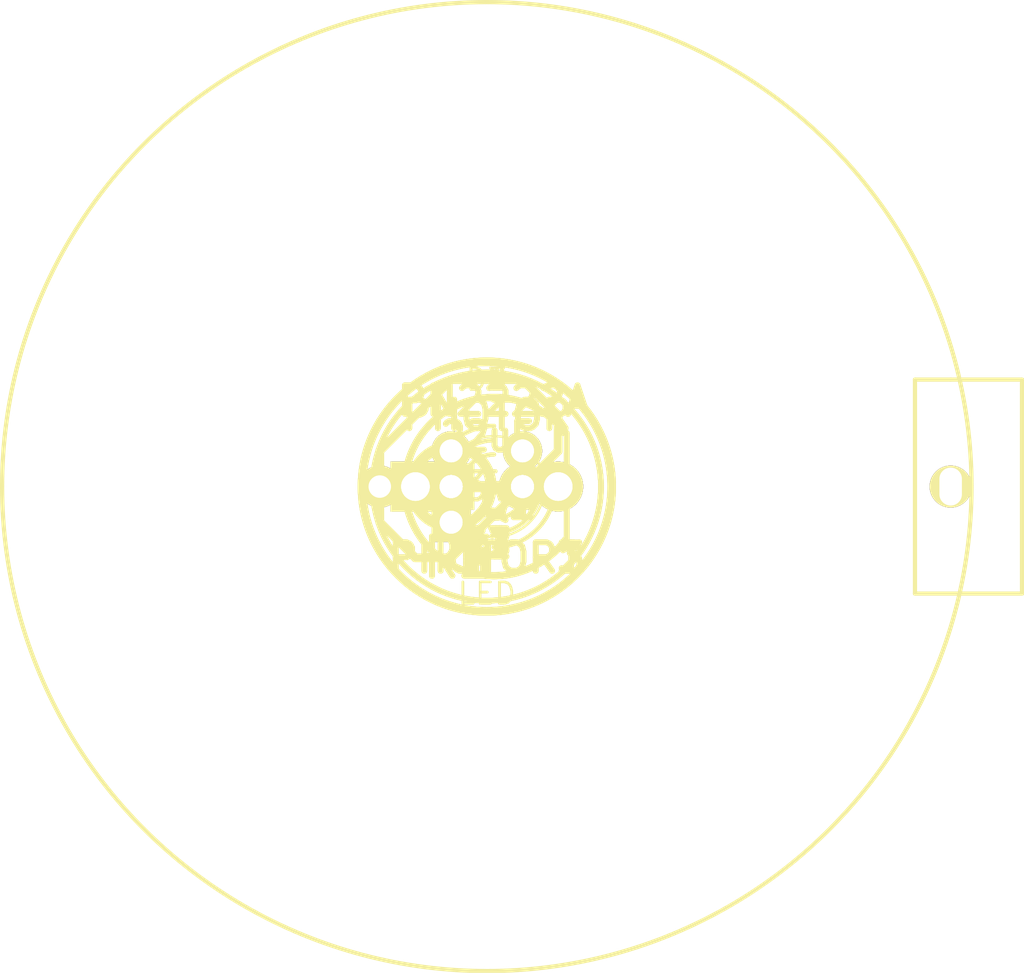
<source format=kicad_pcb>
(kicad_pcb (version 3) (host pcbnew "(2013-jul-07)-stable")

  (general
    (links 21)
    (no_connects 12)
    (area 0 0 0 0)
    (thickness 1.6)
    (drawings 0)
    (tracks 0)
    (zones 0)
    (modules 19)
    (nets 12)
  )

  (page A3)
  (layers
    (15 F.Cu signal)
    (0 B.Cu signal)
    (16 B.Adhes user)
    (17 F.Adhes user)
    (18 B.Paste user)
    (19 F.Paste user)
    (20 B.SilkS user)
    (21 F.SilkS user)
    (22 B.Mask user)
    (23 F.Mask user)
    (24 Dwgs.User user)
    (25 Cmts.User user)
    (26 Eco1.User user)
    (27 Eco2.User user)
    (28 Edge.Cuts user)
  )

  (setup
    (last_trace_width 0.254)
    (trace_clearance 0.254)
    (zone_clearance 0.508)
    (zone_45_only no)
    (trace_min 0.254)
    (segment_width 0.2)
    (edge_width 0.15)
    (via_size 0.889)
    (via_drill 0.635)
    (via_min_size 0.889)
    (via_min_drill 0.508)
    (uvia_size 0.508)
    (uvia_drill 0.127)
    (uvias_allowed no)
    (uvia_min_size 0.508)
    (uvia_min_drill 0.127)
    (pcb_text_width 0.3)
    (pcb_text_size 1.5 1.5)
    (mod_edge_width 0.15)
    (mod_text_size 1.5 1.5)
    (mod_text_width 0.15)
    (pad_size 1.524 1.524)
    (pad_drill 0.762)
    (pad_to_mask_clearance 0.2)
    (aux_axis_origin 0 0)
    (visible_elements FFFFFFBF)
    (pcbplotparams
      (layerselection 3178497)
      (usegerberextensions true)
      (excludeedgelayer true)
      (linewidth 0.100000)
      (plotframeref false)
      (viasonmask false)
      (mode 1)
      (useauxorigin false)
      (hpglpennumber 1)
      (hpglpenspeed 20)
      (hpglpendiameter 15)
      (hpglpenoverlay 2)
      (psnegative false)
      (psa4output false)
      (plotreference true)
      (plotvalue true)
      (plotothertext true)
      (plotinvisibletext false)
      (padsonsilk false)
      (subtractmaskfromsilk false)
      (outputformat 1)
      (mirror false)
      (drillshape 1)
      (scaleselection 1)
      (outputdirectory ""))
  )

  (net 0 "")
  (net 1 N-000001)
  (net 2 N-0000010)
  (net 3 N-0000011)
  (net 4 N-000002)
  (net 5 N-000003)
  (net 6 N-000004)
  (net 7 N-000005)
  (net 8 N-000006)
  (net 9 N-000007)
  (net 10 N-000008)
  (net 11 N-000009)

  (net_class Default "This is the default net class."
    (clearance 0.254)
    (trace_width 0.254)
    (via_dia 0.889)
    (via_drill 0.635)
    (uvia_dia 0.508)
    (uvia_drill 0.127)
    (add_net "")
    (add_net N-000001)
    (add_net N-0000010)
    (add_net N-0000011)
    (add_net N-000002)
    (add_net N-000003)
    (add_net N-000004)
    (add_net N-000005)
    (add_net N-000006)
    (add_net N-000007)
    (add_net N-000008)
    (add_net N-000009)
  )

  (module TO92-CBE (layer F.Cu) (tedit 4718C200) (tstamp 55D5E5E4)
    (at 0 0)
    (descr "Transistor TO92 brochage type BC237")
    (tags "TR TO92")
    (path /55D5B105)
    (fp_text reference Q3 (at 0.762 0.635) (layer F.SilkS)
      (effects (font (size 1.016 1.016) (thickness 0.2032)))
    )
    (fp_text value PN2222A (at 0.254 -3.048) (layer F.SilkS)
      (effects (font (size 1.016 1.016) (thickness 0.2032)))
    )
    (fp_line (start -1.27 2.54) (end 2.54 -1.27) (layer F.SilkS) (width 0.3048))
    (fp_line (start 2.54 -1.27) (end 2.54 -2.54) (layer F.SilkS) (width 0.3048))
    (fp_line (start 2.54 -2.54) (end 1.27 -3.81) (layer F.SilkS) (width 0.3048))
    (fp_line (start 1.27 -3.81) (end -1.27 -3.81) (layer F.SilkS) (width 0.3048))
    (fp_line (start -1.27 -3.81) (end -3.81 -1.27) (layer F.SilkS) (width 0.3048))
    (fp_line (start -3.81 -1.27) (end -3.81 1.27) (layer F.SilkS) (width 0.3048))
    (fp_line (start -3.81 1.27) (end -2.54 2.54) (layer F.SilkS) (width 0.3048))
    (fp_line (start -2.54 2.54) (end -1.27 2.54) (layer F.SilkS) (width 0.3048))
    (pad E thru_hole rect (at -1.27 1.27) (size 1.397 1.397) (drill 0.8128)
      (layers *.Cu *.Mask F.SilkS)
    )
    (pad B thru_hole circle (at -1.27 -1.27) (size 1.397 1.397) (drill 0.8128)
      (layers *.Cu *.Mask F.SilkS)
    )
    (pad C thru_hole circle (at 1.27 -1.27) (size 1.397 1.397) (drill 0.8128)
      (layers *.Cu *.Mask F.SilkS)
    )
    (model discret/to98.wrl
      (at (xyz 0 0 0))
      (scale (xyz 1 1 1))
      (rotate (xyz 0 0 0))
    )
  )

  (module TO92-CBE (layer F.Cu) (tedit 4718C200) (tstamp 55D5E5F3)
    (at 0 0)
    (descr "Transistor TO92 brochage type BC237")
    (tags "TR TO92")
    (path /55D5B7C5)
    (fp_text reference Q2 (at 0.762 0.635) (layer F.SilkS)
      (effects (font (size 1.016 1.016) (thickness 0.2032)))
    )
    (fp_text value PN2222A (at 0.254 -3.048) (layer F.SilkS)
      (effects (font (size 1.016 1.016) (thickness 0.2032)))
    )
    (fp_line (start -1.27 2.54) (end 2.54 -1.27) (layer F.SilkS) (width 0.3048))
    (fp_line (start 2.54 -1.27) (end 2.54 -2.54) (layer F.SilkS) (width 0.3048))
    (fp_line (start 2.54 -2.54) (end 1.27 -3.81) (layer F.SilkS) (width 0.3048))
    (fp_line (start 1.27 -3.81) (end -1.27 -3.81) (layer F.SilkS) (width 0.3048))
    (fp_line (start -1.27 -3.81) (end -3.81 -1.27) (layer F.SilkS) (width 0.3048))
    (fp_line (start -3.81 -1.27) (end -3.81 1.27) (layer F.SilkS) (width 0.3048))
    (fp_line (start -3.81 1.27) (end -2.54 2.54) (layer F.SilkS) (width 0.3048))
    (fp_line (start -2.54 2.54) (end -1.27 2.54) (layer F.SilkS) (width 0.3048))
    (pad E thru_hole rect (at -1.27 1.27) (size 1.397 1.397) (drill 0.8128)
      (layers *.Cu *.Mask F.SilkS)
    )
    (pad B thru_hole circle (at -1.27 -1.27) (size 1.397 1.397) (drill 0.8128)
      (layers *.Cu *.Mask F.SilkS)
    )
    (pad C thru_hole circle (at 1.27 -1.27) (size 1.397 1.397) (drill 0.8128)
      (layers *.Cu *.Mask F.SilkS)
    )
    (model discret/to98.wrl
      (at (xyz 0 0 0))
      (scale (xyz 1 1 1))
      (rotate (xyz 0 0 0))
    )
  )

  (module TO92-CBE (layer F.Cu) (tedit 4718C200) (tstamp 55D5E602)
    (at 0 0)
    (descr "Transistor TO92 brochage type BC237")
    (tags "TR TO92")
    (path /55D5B7F6)
    (fp_text reference Q1 (at 0.762 0.635) (layer F.SilkS)
      (effects (font (size 1.016 1.016) (thickness 0.2032)))
    )
    (fp_text value PN2222A (at 0.254 -3.048) (layer F.SilkS)
      (effects (font (size 1.016 1.016) (thickness 0.2032)))
    )
    (fp_line (start -1.27 2.54) (end 2.54 -1.27) (layer F.SilkS) (width 0.3048))
    (fp_line (start 2.54 -1.27) (end 2.54 -2.54) (layer F.SilkS) (width 0.3048))
    (fp_line (start 2.54 -2.54) (end 1.27 -3.81) (layer F.SilkS) (width 0.3048))
    (fp_line (start 1.27 -3.81) (end -1.27 -3.81) (layer F.SilkS) (width 0.3048))
    (fp_line (start -1.27 -3.81) (end -3.81 -1.27) (layer F.SilkS) (width 0.3048))
    (fp_line (start -3.81 -1.27) (end -3.81 1.27) (layer F.SilkS) (width 0.3048))
    (fp_line (start -3.81 1.27) (end -2.54 2.54) (layer F.SilkS) (width 0.3048))
    (fp_line (start -2.54 2.54) (end -1.27 2.54) (layer F.SilkS) (width 0.3048))
    (pad E thru_hole rect (at -1.27 1.27) (size 1.397 1.397) (drill 0.8128)
      (layers *.Cu *.Mask F.SilkS)
    )
    (pad B thru_hole circle (at -1.27 -1.27) (size 1.397 1.397) (drill 0.8128)
      (layers *.Cu *.Mask F.SilkS)
    )
    (pad C thru_hole circle (at 1.27 -1.27) (size 1.397 1.397) (drill 0.8128)
      (layers *.Cu *.Mask F.SilkS)
    )
    (model discret/to98.wrl
      (at (xyz 0 0 0))
      (scale (xyz 1 1 1))
      (rotate (xyz 0 0 0))
    )
  )

  (module R1 (layer F.Cu) (tedit 200000) (tstamp 55D5E60A)
    (at 0 0)
    (descr "Resistance verticale")
    (tags R)
    (path /55D5B123)
    (autoplace_cost90 10)
    (autoplace_cost180 10)
    (fp_text reference R5 (at -1.016 2.54) (layer F.SilkS)
      (effects (font (size 1.397 1.27) (thickness 0.2032)))
    )
    (fp_text value 330 (at -1.143 2.54) (layer F.SilkS) hide
      (effects (font (size 1.397 1.27) (thickness 0.2032)))
    )
    (fp_line (start -1.27 0) (end 1.27 0) (layer F.SilkS) (width 0.381))
    (fp_circle (center -1.27 0) (end -0.635 1.27) (layer F.SilkS) (width 0.381))
    (pad 1 thru_hole circle (at -1.27 0) (size 1.397 1.397) (drill 0.8128)
      (layers *.Cu *.Mask F.SilkS)
      (net 2 N-0000010)
    )
    (pad 2 thru_hole circle (at 1.27 0) (size 1.397 1.397) (drill 0.8128)
      (layers *.Cu *.Mask F.SilkS)
      (net 9 N-000007)
    )
    (model discret/verti_resistor.wrl
      (at (xyz 0 0 0))
      (scale (xyz 1 1 1))
      (rotate (xyz 0 0 0))
    )
  )

  (module R1 (layer F.Cu) (tedit 200000) (tstamp 55D5E612)
    (at 0 0)
    (descr "Resistance verticale")
    (tags R)
    (path /55D5B132)
    (autoplace_cost90 10)
    (autoplace_cost180 10)
    (fp_text reference R6 (at -1.016 2.54) (layer F.SilkS)
      (effects (font (size 1.397 1.27) (thickness 0.2032)))
    )
    (fp_text value 100k (at -1.143 2.54) (layer F.SilkS) hide
      (effects (font (size 1.397 1.27) (thickness 0.2032)))
    )
    (fp_line (start -1.27 0) (end 1.27 0) (layer F.SilkS) (width 0.381))
    (fp_circle (center -1.27 0) (end -0.635 1.27) (layer F.SilkS) (width 0.381))
    (pad 1 thru_hole circle (at -1.27 0) (size 1.397 1.397) (drill 0.8128)
      (layers *.Cu *.Mask F.SilkS)
      (net 2 N-0000010)
    )
    (pad 2 thru_hole circle (at 1.27 0) (size 1.397 1.397) (drill 0.8128)
      (layers *.Cu *.Mask F.SilkS)
      (net 10 N-000008)
    )
    (model discret/verti_resistor.wrl
      (at (xyz 0 0 0))
      (scale (xyz 1 1 1))
      (rotate (xyz 0 0 0))
    )
  )

  (module R1 (layer F.Cu) (tedit 200000) (tstamp 55D5E61A)
    (at 0 0)
    (descr "Resistance verticale")
    (tags R)
    (path /55D5B808)
    (autoplace_cost90 10)
    (autoplace_cost180 10)
    (fp_text reference R2 (at -1.016 2.54) (layer F.SilkS)
      (effects (font (size 1.397 1.27) (thickness 0.2032)))
    )
    (fp_text value 100k (at -1.143 2.54) (layer F.SilkS) hide
      (effects (font (size 1.397 1.27) (thickness 0.2032)))
    )
    (fp_line (start -1.27 0) (end 1.27 0) (layer F.SilkS) (width 0.381))
    (fp_circle (center -1.27 0) (end -0.635 1.27) (layer F.SilkS) (width 0.381))
    (pad 1 thru_hole circle (at -1.27 0) (size 1.397 1.397) (drill 0.8128)
      (layers *.Cu *.Mask F.SilkS)
      (net 2 N-0000010)
    )
    (pad 2 thru_hole circle (at 1.27 0) (size 1.397 1.397) (drill 0.8128)
      (layers *.Cu *.Mask F.SilkS)
      (net 6 N-000004)
    )
    (model discret/verti_resistor.wrl
      (at (xyz 0 0 0))
      (scale (xyz 1 1 1))
      (rotate (xyz 0 0 0))
    )
  )

  (module R1 (layer F.Cu) (tedit 200000) (tstamp 55D5E622)
    (at 0 0)
    (descr "Resistance verticale")
    (tags R)
    (path /55D5B802)
    (autoplace_cost90 10)
    (autoplace_cost180 10)
    (fp_text reference R1 (at -1.016 2.54) (layer F.SilkS)
      (effects (font (size 1.397 1.27) (thickness 0.2032)))
    )
    (fp_text value 330 (at -1.143 2.54) (layer F.SilkS) hide
      (effects (font (size 1.397 1.27) (thickness 0.2032)))
    )
    (fp_line (start -1.27 0) (end 1.27 0) (layer F.SilkS) (width 0.381))
    (fp_circle (center -1.27 0) (end -0.635 1.27) (layer F.SilkS) (width 0.381))
    (pad 1 thru_hole circle (at -1.27 0) (size 1.397 1.397) (drill 0.8128)
      (layers *.Cu *.Mask F.SilkS)
      (net 2 N-0000010)
    )
    (pad 2 thru_hole circle (at 1.27 0) (size 1.397 1.397) (drill 0.8128)
      (layers *.Cu *.Mask F.SilkS)
      (net 1 N-000001)
    )
    (model discret/verti_resistor.wrl
      (at (xyz 0 0 0))
      (scale (xyz 1 1 1))
      (rotate (xyz 0 0 0))
    )
  )

  (module R1 (layer F.Cu) (tedit 200000) (tstamp 55D5E62A)
    (at 0 0)
    (descr "Resistance verticale")
    (tags R)
    (path /55D5B7D1)
    (autoplace_cost90 10)
    (autoplace_cost180 10)
    (fp_text reference R3 (at -1.016 2.54) (layer F.SilkS)
      (effects (font (size 1.397 1.27) (thickness 0.2032)))
    )
    (fp_text value 330 (at -1.143 2.54) (layer F.SilkS) hide
      (effects (font (size 1.397 1.27) (thickness 0.2032)))
    )
    (fp_line (start -1.27 0) (end 1.27 0) (layer F.SilkS) (width 0.381))
    (fp_circle (center -1.27 0) (end -0.635 1.27) (layer F.SilkS) (width 0.381))
    (pad 1 thru_hole circle (at -1.27 0) (size 1.397 1.397) (drill 0.8128)
      (layers *.Cu *.Mask F.SilkS)
      (net 2 N-0000010)
    )
    (pad 2 thru_hole circle (at 1.27 0) (size 1.397 1.397) (drill 0.8128)
      (layers *.Cu *.Mask F.SilkS)
      (net 11 N-000009)
    )
    (model discret/verti_resistor.wrl
      (at (xyz 0 0 0))
      (scale (xyz 1 1 1))
      (rotate (xyz 0 0 0))
    )
  )

  (module R1 (layer F.Cu) (tedit 200000) (tstamp 55D5E632)
    (at 0 0)
    (descr "Resistance verticale")
    (tags R)
    (path /55D5B7D7)
    (autoplace_cost90 10)
    (autoplace_cost180 10)
    (fp_text reference R4 (at -1.016 2.54) (layer F.SilkS)
      (effects (font (size 1.397 1.27) (thickness 0.2032)))
    )
    (fp_text value 100k (at -1.143 2.54) (layer F.SilkS) hide
      (effects (font (size 1.397 1.27) (thickness 0.2032)))
    )
    (fp_line (start -1.27 0) (end 1.27 0) (layer F.SilkS) (width 0.381))
    (fp_circle (center -1.27 0) (end -0.635 1.27) (layer F.SilkS) (width 0.381))
    (pad 1 thru_hole circle (at -1.27 0) (size 1.397 1.397) (drill 0.8128)
      (layers *.Cu *.Mask F.SilkS)
      (net 2 N-0000010)
    )
    (pad 2 thru_hole circle (at 1.27 0) (size 1.397 1.397) (drill 0.8128)
      (layers *.Cu *.Mask F.SilkS)
      (net 5 N-000003)
    )
    (model discret/verti_resistor.wrl
      (at (xyz 0 0 0))
      (scale (xyz 1 1 1))
      (rotate (xyz 0 0 0))
    )
  )

  (module LED-5MM (layer F.Cu) (tedit 50ADE86B) (tstamp 55D5E641)
    (at 0 0)
    (descr "LED 5mm - Lead pitch 100mil (2,54mm)")
    (tags "LED led 5mm 5MM 100mil 2,54mm")
    (path /55D5B114)
    (fp_text reference D3 (at 0 -3.81) (layer F.SilkS)
      (effects (font (size 0.762 0.762) (thickness 0.0889)))
    )
    (fp_text value LED (at 0 3.81) (layer F.SilkS)
      (effects (font (size 0.762 0.762) (thickness 0.0889)))
    )
    (fp_line (start 2.8448 1.905) (end 2.8448 -1.905) (layer F.SilkS) (width 0.2032))
    (fp_circle (center 0.254 0) (end -1.016 1.27) (layer F.SilkS) (width 0.0762))
    (fp_arc (start 0.254 0) (end 2.794 1.905) (angle 286.2) (layer F.SilkS) (width 0.254))
    (fp_arc (start 0.254 0) (end -0.889 0) (angle 90) (layer F.SilkS) (width 0.1524))
    (fp_arc (start 0.254 0) (end 1.397 0) (angle 90) (layer F.SilkS) (width 0.1524))
    (fp_arc (start 0.254 0) (end -1.397 0) (angle 90) (layer F.SilkS) (width 0.1524))
    (fp_arc (start 0.254 0) (end 1.905 0) (angle 90) (layer F.SilkS) (width 0.1524))
    (fp_arc (start 0.254 0) (end -1.905 0) (angle 90) (layer F.SilkS) (width 0.1524))
    (fp_arc (start 0.254 0) (end 2.413 0) (angle 90) (layer F.SilkS) (width 0.1524))
    (pad 1 thru_hole circle (at -1.27 0) (size 1.6764 1.6764) (drill 0.8128)
      (layers *.Cu *.Mask F.SilkS)
      (net 9 N-000007)
    )
    (pad 2 thru_hole circle (at 1.27 0) (size 1.6764 1.6764) (drill 0.8128)
      (layers *.Cu *.Mask F.SilkS)
      (net 8 N-000006)
    )
    (model discret/leds/led5_vertical_verde.wrl
      (at (xyz 0 0 0))
      (scale (xyz 1 1 1))
      (rotate (xyz 0 0 0))
    )
  )

  (module LED-5MM (layer F.Cu) (tedit 50ADE86B) (tstamp 55D5E650)
    (at 0 0)
    (descr "LED 5mm - Lead pitch 100mil (2,54mm)")
    (tags "LED led 5mm 5MM 100mil 2,54mm")
    (path /55D5B7FC)
    (fp_text reference D1 (at 0 -3.81) (layer F.SilkS)
      (effects (font (size 0.762 0.762) (thickness 0.0889)))
    )
    (fp_text value LED (at 0 3.81) (layer F.SilkS)
      (effects (font (size 0.762 0.762) (thickness 0.0889)))
    )
    (fp_line (start 2.8448 1.905) (end 2.8448 -1.905) (layer F.SilkS) (width 0.2032))
    (fp_circle (center 0.254 0) (end -1.016 1.27) (layer F.SilkS) (width 0.0762))
    (fp_arc (start 0.254 0) (end 2.794 1.905) (angle 286.2) (layer F.SilkS) (width 0.254))
    (fp_arc (start 0.254 0) (end -0.889 0) (angle 90) (layer F.SilkS) (width 0.1524))
    (fp_arc (start 0.254 0) (end 1.397 0) (angle 90) (layer F.SilkS) (width 0.1524))
    (fp_arc (start 0.254 0) (end -1.397 0) (angle 90) (layer F.SilkS) (width 0.1524))
    (fp_arc (start 0.254 0) (end 1.905 0) (angle 90) (layer F.SilkS) (width 0.1524))
    (fp_arc (start 0.254 0) (end -1.905 0) (angle 90) (layer F.SilkS) (width 0.1524))
    (fp_arc (start 0.254 0) (end 2.413 0) (angle 90) (layer F.SilkS) (width 0.1524))
    (pad 1 thru_hole circle (at -1.27 0) (size 1.6764 1.6764) (drill 0.8128)
      (layers *.Cu *.Mask F.SilkS)
      (net 1 N-000001)
    )
    (pad 2 thru_hole circle (at 1.27 0) (size 1.6764 1.6764) (drill 0.8128)
      (layers *.Cu *.Mask F.SilkS)
      (net 4 N-000002)
    )
    (model discret/leds/led5_vertical_verde.wrl
      (at (xyz 0 0 0))
      (scale (xyz 1 1 1))
      (rotate (xyz 0 0 0))
    )
  )

  (module LED-5MM (layer F.Cu) (tedit 50ADE86B) (tstamp 55D5E65F)
    (at 0 0)
    (descr "LED 5mm - Lead pitch 100mil (2,54mm)")
    (tags "LED led 5mm 5MM 100mil 2,54mm")
    (path /55D5B7CB)
    (fp_text reference D2 (at 0 -3.81) (layer F.SilkS)
      (effects (font (size 0.762 0.762) (thickness 0.0889)))
    )
    (fp_text value LED (at 0 3.81) (layer F.SilkS)
      (effects (font (size 0.762 0.762) (thickness 0.0889)))
    )
    (fp_line (start 2.8448 1.905) (end 2.8448 -1.905) (layer F.SilkS) (width 0.2032))
    (fp_circle (center 0.254 0) (end -1.016 1.27) (layer F.SilkS) (width 0.0762))
    (fp_arc (start 0.254 0) (end 2.794 1.905) (angle 286.2) (layer F.SilkS) (width 0.254))
    (fp_arc (start 0.254 0) (end -0.889 0) (angle 90) (layer F.SilkS) (width 0.1524))
    (fp_arc (start 0.254 0) (end 1.397 0) (angle 90) (layer F.SilkS) (width 0.1524))
    (fp_arc (start 0.254 0) (end -1.397 0) (angle 90) (layer F.SilkS) (width 0.1524))
    (fp_arc (start 0.254 0) (end 1.905 0) (angle 90) (layer F.SilkS) (width 0.1524))
    (fp_arc (start 0.254 0) (end -1.905 0) (angle 90) (layer F.SilkS) (width 0.1524))
    (fp_arc (start 0.254 0) (end 2.413 0) (angle 90) (layer F.SilkS) (width 0.1524))
    (pad 1 thru_hole circle (at -1.27 0) (size 1.6764 1.6764) (drill 0.8128)
      (layers *.Cu *.Mask F.SilkS)
      (net 11 N-000009)
    )
    (pad 2 thru_hole circle (at 1.27 0) (size 1.6764 1.6764) (drill 0.8128)
      (layers *.Cu *.Mask F.SilkS)
      (net 3 N-0000011)
    )
    (model discret/leds/led5_vertical_verde.wrl
      (at (xyz 0 0 0))
      (scale (xyz 1 1 1))
      (rotate (xyz 0 0 0))
    )
  )

  (module C2V8 (layer F.Cu) (tedit 46544AA3) (tstamp 55D5E666)
    (at 0 0)
    (descr "Condensateur polarise")
    (tags CP)
    (path /55D5B7E8)
    (fp_text reference PHOTOR2 (at 0 2.54) (layer F.SilkS)
      (effects (font (size 1.016 1.016) (thickness 0.2032)))
    )
    (fp_text value PHOTOR (at 0 -2.54) (layer F.SilkS)
      (effects (font (size 1.016 1.016) (thickness 0.2032)))
    )
    (fp_circle (center 0 0) (end -4.445 0) (layer F.SilkS) (width 0.3048))
    (pad 1 thru_hole rect (at -2.54 0) (size 1.778 1.778) (drill 1.016)
      (layers *.Cu *.Mask F.SilkS)
      (net 5 N-000003)
    )
    (pad 2 thru_hole circle (at 2.54 0) (size 1.778 1.778) (drill 1.016)
      (layers *.Cu *.Mask F.SilkS)
      (net 7 N-000005)
    )
    (model discret/c_vert_c2v10.wrl
      (at (xyz 0 0 0))
      (scale (xyz 1 1 1))
      (rotate (xyz 0 0 0))
    )
  )

  (module C2V8 (layer F.Cu) (tedit 46544AA3) (tstamp 55D5E66D)
    (at 0 0)
    (descr "Condensateur polarise")
    (tags CP)
    (path /55D5B709)
    (fp_text reference PHOTOR3 (at 0 2.54) (layer F.SilkS)
      (effects (font (size 1.016 1.016) (thickness 0.2032)))
    )
    (fp_text value PHOTOR (at 0 -2.54) (layer F.SilkS)
      (effects (font (size 1.016 1.016) (thickness 0.2032)))
    )
    (fp_circle (center 0 0) (end -4.445 0) (layer F.SilkS) (width 0.3048))
    (pad 1 thru_hole rect (at -2.54 0) (size 1.778 1.778) (drill 1.016)
      (layers *.Cu *.Mask F.SilkS)
      (net 10 N-000008)
    )
    (pad 2 thru_hole circle (at 2.54 0) (size 1.778 1.778) (drill 1.016)
      (layers *.Cu *.Mask F.SilkS)
      (net 7 N-000005)
    )
    (model discret/c_vert_c2v10.wrl
      (at (xyz 0 0 0))
      (scale (xyz 1 1 1))
      (rotate (xyz 0 0 0))
    )
  )

  (module C2V8 (layer F.Cu) (tedit 46544AA3) (tstamp 55D5E674)
    (at 0 0)
    (descr "Condensateur polarise")
    (tags CP)
    (path /55D5B819)
    (fp_text reference PHOTOR1 (at 0 2.54) (layer F.SilkS)
      (effects (font (size 1.016 1.016) (thickness 0.2032)))
    )
    (fp_text value PHOTOR (at 0 -2.54) (layer F.SilkS)
      (effects (font (size 1.016 1.016) (thickness 0.2032)))
    )
    (fp_circle (center 0 0) (end -4.445 0) (layer F.SilkS) (width 0.3048))
    (pad 1 thru_hole rect (at -2.54 0) (size 1.778 1.778) (drill 1.016)
      (layers *.Cu *.Mask F.SilkS)
      (net 6 N-000004)
    )
    (pad 2 thru_hole circle (at 2.54 0) (size 1.778 1.778) (drill 1.016)
      (layers *.Cu *.Mask F.SilkS)
      (net 7 N-000005)
    )
    (model discret/c_vert_c2v10.wrl
      (at (xyz 0 0 0))
      (scale (xyz 1 1 1))
      (rotate (xyz 0 0 0))
    )
  )

  (module C1V8 (layer F.Cu) (tedit 3DD3A719) (tstamp 55D5E67C)
    (at 0 0)
    (path /55D5B7DD)
    (fp_text reference C2 (at 0 2.032) (layer F.SilkS)
      (effects (font (size 1.016 0.889) (thickness 0.2032)))
    )
    (fp_text value 22uF (at 0 -1.77546) (layer F.SilkS)
      (effects (font (size 1.016 0.889) (thickness 0.2032)))
    )
    (fp_text user + (at -3.04546 0) (layer F.SilkS)
      (effects (font (size 1.524 1.524) (thickness 0.2032)))
    )
    (fp_circle (center 0 0) (end 4.064 0) (layer F.SilkS) (width 0.2032))
    (pad 1 thru_hole rect (at -1.27 0) (size 1.651 1.651) (drill 0.8128)
      (layers *.Cu *.Mask F.SilkS)
      (net 5 N-000003)
    )
    (pad 2 thru_hole circle (at 1.27 0) (size 1.651 1.651) (drill 0.8128)
      (layers *.Cu *.Mask F.SilkS)
      (net 7 N-000005)
    )
    (model discret/c_vert_c1v8.wrl
      (at (xyz 0 0 0))
      (scale (xyz 1 1 1))
      (rotate (xyz 0 0 0))
    )
  )

  (module C1V8 (layer F.Cu) (tedit 3DD3A719) (tstamp 55D5E684)
    (at 0 0)
    (path /55D5B141)
    (fp_text reference C3 (at 0 2.032) (layer F.SilkS)
      (effects (font (size 1.016 0.889) (thickness 0.2032)))
    )
    (fp_text value 22uF (at 0 -1.77546) (layer F.SilkS)
      (effects (font (size 1.016 0.889) (thickness 0.2032)))
    )
    (fp_text user + (at -3.04546 0) (layer F.SilkS)
      (effects (font (size 1.524 1.524) (thickness 0.2032)))
    )
    (fp_circle (center 0 0) (end 4.064 0) (layer F.SilkS) (width 0.2032))
    (pad 1 thru_hole rect (at -1.27 0) (size 1.651 1.651) (drill 0.8128)
      (layers *.Cu *.Mask F.SilkS)
      (net 10 N-000008)
    )
    (pad 2 thru_hole circle (at 1.27 0) (size 1.651 1.651) (drill 0.8128)
      (layers *.Cu *.Mask F.SilkS)
      (net 7 N-000005)
    )
    (model discret/c_vert_c1v8.wrl
      (at (xyz 0 0 0))
      (scale (xyz 1 1 1))
      (rotate (xyz 0 0 0))
    )
  )

  (module C1V8 (layer F.Cu) (tedit 3DD3A719) (tstamp 55D5E68C)
    (at 0 0)
    (path /55D5B80E)
    (fp_text reference C1 (at 0 2.032) (layer F.SilkS)
      (effects (font (size 1.016 0.889) (thickness 0.2032)))
    )
    (fp_text value 22uF (at 0 -1.77546) (layer F.SilkS)
      (effects (font (size 1.016 0.889) (thickness 0.2032)))
    )
    (fp_text user + (at -3.04546 0) (layer F.SilkS)
      (effects (font (size 1.524 1.524) (thickness 0.2032)))
    )
    (fp_circle (center 0 0) (end 4.064 0) (layer F.SilkS) (width 0.2032))
    (pad 1 thru_hole rect (at -1.27 0) (size 1.651 1.651) (drill 0.8128)
      (layers *.Cu *.Mask F.SilkS)
      (net 6 N-000004)
    )
    (pad 2 thru_hole circle (at 1.27 0) (size 1.651 1.651) (drill 0.8128)
      (layers *.Cu *.Mask F.SilkS)
      (net 7 N-000005)
    )
    (model discret/c_vert_c1v8.wrl
      (at (xyz 0 0 0))
      (scale (xyz 1 1 1))
      (rotate (xyz 0 0 0))
    )
  )

  (module BS-7-CR2032-2 (layer F.Cu) (tedit 55D5E135) (tstamp 55D5E698)
    (at 0 0)
    (path /55D5B338)
    (fp_text reference BT1 (at 0 0) (layer F.SilkS)
      (effects (font (size 1 1) (thickness 0.15)))
    )
    (fp_text value 3V (at 0 0) (layer F.SilkS)
      (effects (font (size 1 1) (thickness 0.15)))
    )
    (fp_line (start 16.51 -3.81) (end 19.05 -3.81) (layer F.SilkS) (width 0.15))
    (fp_line (start 19.05 -3.81) (end 19.05 3.81) (layer F.SilkS) (width 0.15))
    (fp_line (start 19.05 3.81) (end 15.24 3.81) (layer F.SilkS) (width 0.15))
    (fp_line (start 15.24 3.81) (end 15.24 -3.81) (layer F.SilkS) (width 0.15))
    (fp_line (start 15.24 -3.81) (end 16.51 -3.81) (layer F.SilkS) (width 0.15))
    (fp_circle (center 0 0) (end 12.2 12.2) (layer F.SilkS) (width 0.15))
    (pad 2 thru_hole circle (at -3.81 0) (size 1.5 1.5) (drill 0.8)
      (layers *.Cu *.Mask F.SilkS)
      (net 7 N-000005)
    )
    (pad 1 thru_hole circle (at 16.51 0) (size 1.5 1.5) (drill oval 0.8 1.35)
      (layers *.Cu *.Mask F.SilkS)
      (net 2 N-0000010)
    )
  )

)

</source>
